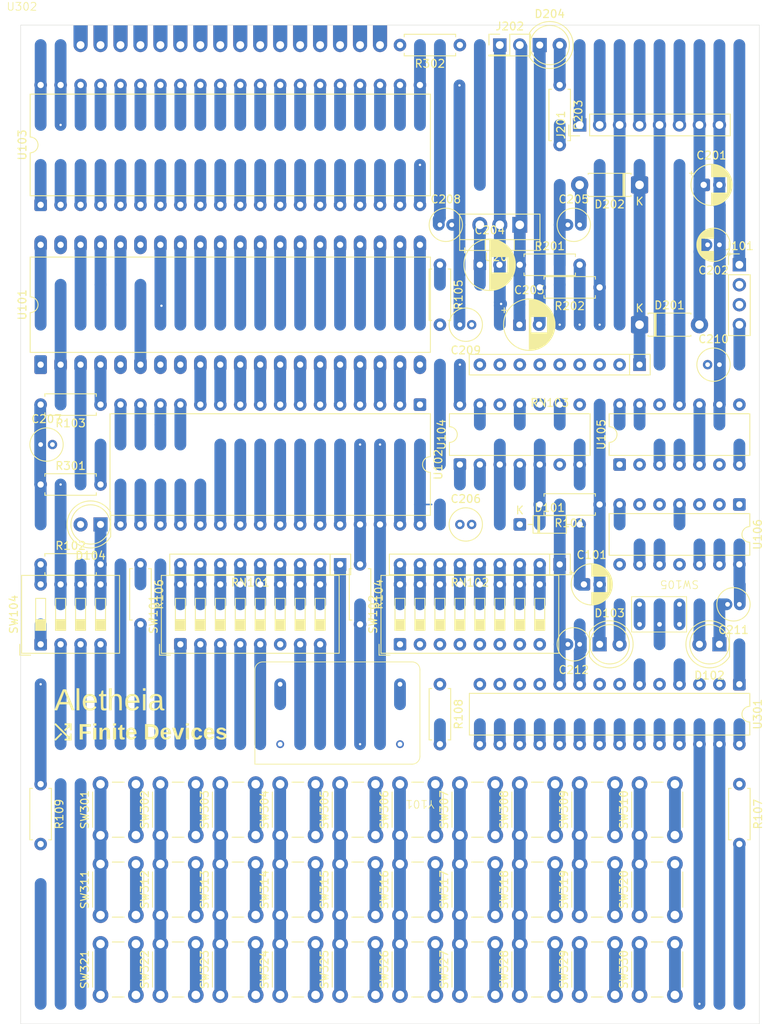
<source format=kicad_pcb>
(kicad_pcb (version 20241229) (generator "pcbnew") (generator_version "9.0")
  (layers (0 "F.Cu" signal) (4 "In1.Cu" signal) (6 "In2.Cu" signal) (8 "In3.Cu" signal) (10 "In4.Cu" signal) (12 "In5.Cu" signal) (14 "In6.Cu" signal) (16 "In7.Cu" signal) (18 "In8.Cu" signal) (20 "In9.Cu" signal) (22 "In10.Cu" signal) (2 "B.Cu" signal) (13 "F.Paste" user) (15 "B.Paste" user) (5 "F.SilkS" user "F.Silkscreen") (7 "B.SilkS" user "B.Silkscreen") (1 "F.Mask" user) (3 "B.Mask" user) (25 "Edge.Cuts" user))
  (net 0 "")
  (net 1 "GND")
  (net 2 "VCC")
  (net 3 "~{IRQ}")
  (net 4 "/A15")
  (net 5 "/A14")
  (net 6 "/A13")
  (net 7 "/A12")
  (net 8 "/A11")
  (net 9 "/A10")
  (net 10 "/A9")
  (net 11 "/A8")
  (net 12 "RAM_BANKSEL")
  (net 13 "/D2")
  (net 14 "/A3")
  (net 15 "/D0")
  (net 17 "/A5")
  (net 18 "CLOCK")
  (net 19 "/D6")
  (net 20 "/D1")
  (net 21 "/A0")
  (net 22 "/A1")
  (net 24 "/A4")
  (net 25 "PHI2O")
  (net 27 "/D5")
  (net 28 "/D7")
  (net 29 "/A2")
  (net 31 "unconnected-(U101-PHI1-Pad3)")
  (net 32 "/A7")
  (net 33 "/D3")
  (net 34 "/A6")
  (net 35 "/D4")
  (net 36 "+5V")
  (net 38 "~{VIA_CS}")
  (net 39 "~{RAM_CS}")
  (net 40 "VBS")
  (net 41 "unconnected-(J201-D+-Pad3)")
  (net 42 "unconnected-(J201-SBU1-Pad2)")
  (net 43 "unconnected-(J201-SBU2-Pad6)")
  (net 44 "unconnected-(J201-CC1-Pad5)")
  (net 45 "unconnected-(J201-CC2-Pad1)")
  (net 46 "unconnected-(J201-D--Pad4)")
  (net 49 "Net-(U104-Pad4)")
  (net 51 "unconnected-(U105-Pad11)")
  (net 52 "Net-(U105-Pad2)")
  (net 53 "Net-(U105-Pad1)")
  (net 56 "Net-(D201-A)")
  (net 57 "Net-(J202-Pin_2)")
  (net 58 "Net-(D202-A)")
  (net 59 "~{WE}")
  (net 60 "Net-(U102-~{OE})")
  (net 61 "Net-(U301-GPA0)")
  (net 62 "Net-(U301-GPB4)")
  (net 63 "Net-(U301-GPB7)")
  (net 64 "Net-(U301-GPA1)")
  (net 65 "Net-(U301-GPA2)")
  (net 66 "Net-(U301-GPA3)")
  (net 67 "Net-(U301-GPA4)")
  (net 68 "Net-(U301-GPA5)")
  (net 69 "Net-(U301-GPA6)")
  (net 70 "Net-(U301-GPA7)")
  (net 71 "Net-(U301-GPB6)")
  (net 72 "Net-(U301-GPB3)")
  (net 73 "Net-(U301-GPB5)")
  (net 74 "Net-(U301-GPB2)")
  (net 75 "unconnected-(U301-INTB-Pad19)")
  (net 76 "Net-(U302-V0)")
  (net 77 "KB_SO")
  (net 78 "KB_SI")
  (net 79 "KB_INT")
  (net 80 "KB_SCK")
  (net 81 "~{KB_CS}")
  (net 82 "Net-(U301-A0)")
  (net 83 "DISP_E")
  (net 84 "DISP_RW")
  (net 85 "DISP_RS")
  (net 86 "DISP_D0")
  (net 87 "DISP_D3")
  (net 88 "DISP_D1")
  (net 89 "DISP_D7")
  (net 90 "DISP_D5")
  (net 91 "DISP_D6")
  (net 92 "DISP_D2")
  (net 93 "DISP_D4")
  (net 95 "~{BATLOW}")
  (net 96 "KB_SWA")
  (net 97 "KB_SWB")
  (net 98 "DISP_BL")
  (net 99 "Net-(D102-A)")
  (net 100 "Net-(D103-A)")
  (net 101 "Net-(D104-A)")
  (net 102 "Net-(D204-A)")
  (net 103 "Net-(U103-PB0)")
  (net 104 "Net-(J101-Pin_2)")
  (net 105 "Net-(J101-Pin_3)")
  (footprint "Capacitor_THT:C_Radial_D4.0mm_H5.0mm_P1.50mm" (layer "F.Cu") (at 142.24 99.06 180)
    (property "Reference" "C211")
    (property "Value" "0.1u")
  )
  (footprint "Button_Switch_THT:SW_PUSH_6mm" (layer "F.Cu") (at 91.44 138.58 90)
    (property "Reference" "SW315")
    (property "Value" "G/^/CH7")
  )
  (footprint "Resistor_THT:R_Axial_DIN0207_L6.3mm_D2.5mm_P7.62mm_Horizontal" (layer "F.Cu") (at 66.04 93.98 -90)
    (property "Reference" "R106")
    (property "Value" "10k")
  )
  (footprint "Resistor_THT:R_Axial_DIN0207_L6.3mm_D2.5mm_P7.62mm_Horizontal" (layer "F.Cu") (at 124.46 58.756 180)
    (property "Reference" "R202")
    (property "Value" "39k")
  )
  (footprint "Package_DIP:DIP-40_W15.24mm" (layer "F.Cu") (at 53.34 48.26 90)
    (property "Reference" "U103")
    (property "Value" "W65C22N6TPG-14")
  )
  (footprint "Capacitor_THT:C_Radial_D4.0mm_H5.0mm_P1.50mm" (layer "F.Cu") (at 121.92 104.14 180)
    (property "Reference" "C212")
    (property "Value" "0.1u")
  )
  (footprint "Button_Switch_THT:SW_PUSH_6mm" (layer "F.Cu") (at 121.92 138.58 90)
    (property "Reference" "SW319")
    (property "Value" "L/)/]")
  )
  (footprint "Button_Switch_THT:SW_PUSH_6mm" (layer "F.Cu") (at 129.54 148.74 90)
    (property "Reference" "SW330")
    (property "Value" "SPC/ENT")
  )
  (footprint "Button_Switch_THT:SW_PUSH_6mm" (layer "F.Cu") (at 114.3 148.74 90)
    (property "Reference" "SW328")
    (property "Value" "M///?")
  )
  (footprint "Package_DIP:DIP-14_W7.62mm" (layer "F.Cu") (at 127 81.28 90)
    (property "Reference" "U105")
    (property "Value" "74LS08")
  )
  (footprint "Button_Switch_THT:SW_PUSH_6mm" (layer "F.Cu") (at 129.54 138.58 90)
    (property "Reference" "SW320")
    (property "Value" "BKSP/DEL")
  )
  (footprint "Button_Switch_THT:SW_PUSH_6mm" (layer "F.Cu") (at 106.68 138.58 90)
    (property "Reference" "SW317")
    (property "Value" "J/*/}")
  )
  (footprint "LED_THT:LED_D5.0mm" (layer "F.Cu") (at 116.84 27.94)
    (property "Reference" "D204")
    (property "Value" "Red LED")
  )
  (footprint "Resistor_THT:R_Axial_DIN0207_L6.3mm_D2.5mm_P7.62mm_Horizontal" (layer "F.Cu") (at 104.14 109.22 -90)
    (property "Reference" "R108")
    (property "Value" "330")
  )
  (footprint "Resistor_THT:R_Axial_DIN0207_L6.3mm_D2.5mm_P7.62mm_Horizontal" (layer "F.Cu") (at 119.38 33.02 -90)
    (property "Reference" "R203")
    (property "Value" "330")
  )
  (footprint "Capacitor_THT:C_Radial_D4.0mm_H5.0mm_P1.50mm" (layer "F.Cu") (at 120.42 50.8)
    (property "Reference" "C205")
    (property "Value" "0.1u")
  )
  (footprint "Button_Switch_THT:SW_PUSH_6mm" (layer "F.Cu") (at 91.44 148.74 90)
    (property "Reference" "SW325")
    (property "Value" "V/#/~")
  )
  (footprint "Button_Switch_THT:SW_PUSH_6mm" (layer "F.Cu") (at 91.44 128.42 90)
    (property "Reference" "SW305")
    (property "Value" "T/5/CH3")
  )
  (footprint "Resistor_THT:R_Axial_DIN0207_L6.3mm_D2.5mm_P7.62mm_Horizontal" (layer "F.Cu") (at 142.24 121.92 -90)
    (property "Reference" "R107")
    (property "Value" "330")
  )
  (footprint "Package_DIP:DIP-28_W7.62mm" (layer "F.Cu") (at 142.24 109.22 -90)
    (property "Reference" "U301")
    (property "Value" "MCP23S17_SP")
  )
  (footprint "Resistor_THT:R_Axial_DIN0207_L6.3mm_D2.5mm_P7.62mm_Horizontal" (layer "F.Cu") (at 53.34 93.98)
    (property "Reference" "R102")
    (property "Value" "10k")
  )
  (footprint "Connector_PinHeader_2.54mm:PinHeader_2x01_P2.54mm_Vertical" (layer "F.Cu") (at 111.76 27.94)
    (property "Reference" "J202")
    (property "Value" "9V battery")
  )
  (footprint "Button_Switch_THT:SW_PUSH_6mm" (layer "F.Cu") (at 76.2 128.42 90)
    (property "Reference" "SW303")
    (property "Value" "E/3/CH1")
  )
  (footprint "Button_Switch_THT:SW_PUSH_6mm" (layer "F.Cu") (at 121.92 148.74 90)
    (property "Reference" "SW329")
    (property "Value" "SYM")
  )
  (footprint "Package_DIP:DIP-14_W7.62mm" (layer "F.Cu") (at 142.24 86.36 -90)
    (property "Reference" "U106")
    (property "Value" "74LS21")
  )
  (footprint "Button_Switch_THT:SW_DIP_SPSTx08_Slide_9.78x22.5mm_W7.62mm_P2.54mm" (layer "F.Cu") (at 99.06 104.14 90)
    (property "Reference" "SW102")
    (property "Value" "SW_DIP_x08")
  )
  (footprint "Button_Switch_THT:SW_PUSH_6mm" (layer "F.Cu") (at 83.82 138.58 90)
    (property "Reference" "SW314")
    (property "Value" "F/%/CH6")
  )
  (footprint "Capacitor_THT:CP_Radial_D4.0mm_P1.50mm" (layer "F.Cu") (at 139.7 53.34 180)
    (property "Reference" "C202")
    (property "Value" "0.1u")
  )
  (footprint "Diode_THT:D_DO-41_SOD81_P7.62mm_Horizontal" (layer "F.Cu") (at 129.54 45.72 180)
    (property "Reference" "D202")
    (property "Value" "D_Schottky")
  )
  (footprint "LED_THT:LED_D5.0mm" (layer "F.Cu") (at 124.46 104.14)
    (property "Reference" "D103")
    (property "Value" "Red LED")
  )
  (footprint "Components:NHD-0420DZ-FL-YBW" (layer "F.Cu") (at 48.42 25.44)
    (property "Reference" "U302")
    (property "Value" "NHD-0420DZ-NSW-BBW")
  )
  (footprint "LED_THT:LED_D5.0mm" (layer "F.Cu") (at 139.7 104.14 180)
    (property "Reference" "D102")
    (property "Value" "Green LED")
  )
  (footprint "Resistor_THT:R_Axial_DIN0207_L6.3mm_D2.5mm_P7.62mm_Horizontal" (layer "F.Cu") (at 53.34 121.92 -90)
    (property "Reference" "R109")
    (property "Value" "330")
  )
  (footprint "Button_Switch_THT:SW_DIP_SPSTx08_Slide_9.78x22.5mm_W7.62mm_P2.54mm" (layer "F.Cu") (at 71.12 104.14 90)
    (property "Reference" "SW101")
    (property "Value" "SW_DIP_x08")
  )
  (footprint "Button_Switch_THT:SW_PUSH_6mm" (layer "F.Cu") (at 76.2 138.58 90)
    (property "Reference" "SW313")
    (property "Value" "D/$/CH5")
  )
  (footprint "Button_Switch_THT:SW_PUSH_6mm" (layer "F.Cu") (at 60.96 138.58 90)
    (property "Reference" "SW311")
    (property "Value" "A/!/`")
  )
  (footprint "Capacitor_THT:C_Radial_D4.0mm_H5.0mm_P1.50mm" (layer "F.Cu") (at 53.34 78.74)
    (property "Reference" "C207")
    (property "Value" "0.1u")
  )
  (footprint "Package_DIP:DIP-40_W15.24mm_LongPads" (layer "F.Cu") (at 53.34 68.58 90)
    (property "Reference" "U101")
    (property "Value" "W65C02S6TPG-14")
  )
  (footprint "Resistor_THT:R_Axial_DIN0207_L6.3mm_D2.5mm_P7.62mm_Horizontal" (layer "F.Cu") (at 106.68 27.94 180)
    (property "Reference" "R302")
    (property "Value" "1.2k")
  )
  (footprint "Button_Switch_THT:SW_PUSH_6mm" (layer "F.Cu") (at 121.92 128.42 90)
    (property "Reference" "SW309")
    (property "Value" "O/9/=")
  )
  (footprint "Components:ECS-100AX-010" (layer "F.Cu") (at 101.6 119.38 180)
    (property "Reference" "Y101")
    (property "Value" "ECS-100AX-010")
  )
  (footprint "Button_Switch_THT:SW_PUSH_6mm" (layer "F.Cu") (at 106.68 128.42 90)
    (property "Reference" "SW307")
    (property "Value" "U/7/-")
  )
  (footprint "Button_Switch_THT:SW_PUSH_6mm" (layer "F.Cu") (at 129.54 128.42 90)
    (property "Reference" "SW310")
    (property "Value" "P/0")
  )
  (footprint "Capacitor_THT:C_Radial_D4.0mm_H5.0mm_P1.50mm" (layer "F.Cu") (at 108.18 63.5 180)
    (property "Reference" "C209")
    (property "Value" "0.1u")
  )
  (footprint "Package_TO_SOT_THT:TO-220-3_Vertical" (layer "F.Cu") (at 114.3 50.8 180)
    (property "Reference" "U201")
    (property "Value" "LP2954AIT/NOPB")
  )
  (footprint "Resistor_THT:R_Array_SIP9" (layer "F.Cu") (at 129.54 68.58 180)
    (property "Reference" "RN103")
    (property "Value" "8×10k")
  )
  (footprint "Button_Switch_THT:SW_PUSH_6mm" (layer "F.Cu") (at 83.82 148.74 90)
    (property "Reference" "SW324")
    (property "Value" "C/'/@")
  )
  (footprint "Button_Switch_THT:SW_PUSH_6mm" (layer "F.Cu") (at 83.82 128.42 90)
    (property "Reference" "SW304")
    (property "Value" "R/4/CH2")
  )
  (footprint "Capacitor_THT:CP_Radial_D5.0mm_P2.00mm" (layer "F.Cu") (at 137.7 45.72)
    (property "Reference" "C201")
    (property "Value" "10u")
  )
  (footprint "Package_DIP:DIP-14_W7.62mm" (layer "F.Cu") (at 106.68 81.28 90)
    (property "Reference" "U104")
    (property "Value" "74LS04")
  )
  (footprint "Button_Switch_THT:SW_PUSH_6mm" (layer "F.Cu") (at 68.58 138.58 90)
    (property "Reference" "SW312")
    (property "Value" "S/\"/CH4")
  )
  (footprint "Components:Badge" (layer "F.Cu") (at 66.04 113.03)
    (property "Reference" "G***" (hide yes))
    (property "Value" "LOGO" (hide yes))
  )
  (footprint "Button_Switch_THT:SW_DIP_SPSTx04_Slide_9.78x12.34mm_W7.62mm_P2.54mm" (layer "F.Cu") (at 53.34 104.14 90)
    (property "Reference" "SW104")
    (property "Value" "SW_DIP_x04")
  )
  (footprint "Button_Switch_THT:SW_PUSH_6mm" (layer "F.Cu") (at 106.68 148.74 90)
    (property "Reference" "SW327")
    (property "Value" "N/./>")
  )
  (footprint "Button_Switch_THT:SW_PUSH_6mm" (layer "F.Cu") (at 99.06 128.42 90)
    (property "Reference" "SW306")
    (property "Value" "Y/6/_")
  )
  (footprint "Button_Switch_THT:SW_PUSH_6mm" (layer "F.Cu") (at 114.3 138.58 90)
    (property "Reference" "SW318")
    (property "Value" "K/(/[")
  )
  (footprint "Capacitor_THT:CP_Radial_D5.0mm_P2.00mm" (layer "F.Cu") (at 122.46 96.52)
    (property "Reference" "C101")
    (property "Value" "4.7u")
  )
  (footprint "Resistor_THT:R_Axial_DIN0207_L6.3mm_D2.5mm_P7.62mm_Horizontal" (layer "F.Cu") (at 104.14 55.88 -90)
    (property "Reference" "R105")
    (property "Value" "10k")
  )
  (footprint "Capacitor_THT:CP_Radial_D6.3mm_P2.50mm" (layer "F.Cu") (at 109.22 55.88)
    (property "Reference" "C204")
    (property "Value" "100u")
  )
  (footprint "Capacitor_THT:C_Radial_D4.0mm_H5.0mm_P1.50mm" (layer "F.Cu") (at 138.2 68.58)
    (property "Reference" "C210")
    (property "Value" "0.1u")
  )
  (footprint "Resistor_THT:R_Axial_DIN0207_L6.3mm_D2.5mm_P7.62mm_Horizontal" (layer "F.Cu") (at 93.98 93.98 -90)
    (property "Reference" "R104")
    (property "Value" "10k")
  )
  (footprint "Resistor_THT:R_Array_SIP9" (layer "F.Cu") (at 119.38 93.98 180)
    (property "Reference" "RN102")
    (property "Value" "8×10k")
  )
  (footprint "Diode_THT:D_DO-41_SOD81_P7.62mm_Horizontal" (layer "F.Cu") (at 129.54 63.5)
    (property "Reference" "D201")
    (property "Value" "D_Schottky")
  )
  (footprint "Resistor_THT:R_Axial_DIN0207_L6.3mm_D2.5mm_P7.62mm_Horizontal" (layer "F.Cu") (at 124.46 86.36 180)
    (property "Reference" "R101")
    (property "Value" "10k")
  )
  (footprint "Button_Switch_THT:SW_PUSH_6mm" (layer "F.Cu") (at 99.06 148.74 90)
    (property "Reference" "SW326")
    (property "Value" "B/,/<")
  )
  (footprint "Capacitor_THT:C_Radial_D4.0mm_H5.0mm_P1.50mm" (layer "F.Cu") (at 106.68 88.9)
    (property "Reference" "C206")
    (property "Value" "0.1u")
  )
  (footprint "Resistor_THT:R_Axial_DIN0207_L6.3mm_D2.5mm_P7.62mm_Horizontal" (layer "F.Cu") (at 53.34 83.82)
    (property "Reference" "R301")
    (property "Value" "10k")
  )
  (footprint "Button_Switch_THT:SW_PUSH_6mm" (layer "F.Cu") (at 68.58 128.42 90)
    (property "Reference" "SW302")
    (property "Value" "W/2/CH0")
  )
  (footprint "Capacitor_THT:CP_Radial_D6.3mm_P2.50mm" (layer "F.Cu") (at 114.26 63.5)
    (property "Reference" "C203")
    (property "Value" "100u")
  )
  (footprint "Resistor_THT:R_Array_SIP9" (layer "F.Cu") (at 91.44 93.98 180)
    (property "Reference" "RN101")
    (property "Value" "8×10k")
  )
  (footprint "Button_Switch_THT:SW_PUSH_6mm" (layer "F.Cu") (at 76.2 148.74 90)
    (property "Reference" "SW323")
    (property "Value" "X/;/:")
  )
  (footprint "Diode_THT:D_DO-35_SOD27_P7.62mm_Horizontal" (layer "F.Cu") (at 114.3 88.9)
    (property "Reference" "D101")
    (property "Value" "1N4148")
  )
  (footprint "Package_DIP:DIP-32_W15.24mm" (layer "F.Cu") (at 101.6 73.66 -90)
    (property "Reference" "U102")
    (property "Value" "AS6C1008-55PCN")
  )
  (footprint "Capacitor_THT:C_Radial_D4.0mm_H5.0mm_P1.50mm" (layer "F.Cu") (at 104.14 50.8)
    (property "Reference" "C208")
    (property "Value" "0.1u")
  )
  (footprint "Connector_PinHeader_2.54mm:PinHeader_1x08_P2.54mm_Vertical" (layer "F.Cu") (at 121.92 38.1 90)
    (property "Reference" "J201")
    (property "Value" "4090 USB-C")
  )
  (footprint "Button_Switch_THT:SW_PUSH_6mm" (layer "F.Cu") (at 114.3 128.42 90)
    (property "Reference" "SW308")
    (property "Value" "I/8/+")
  )
  (footprint "Button_Switch_THT:SW_PUSH_6mm" (layer "F.Cu") (at 60.96 148.74 90)
    (property "Reference" "SW321")
    (property "Value" "SHIFT")
  )
  (footprint "Components:G19AP" (layer "F.Cu") (at 134.62 101.6 180)
    (property "Reference" "SW105")
    (property "Value" "G19AP")
  )
  (footprint "Button_Switch_THT:SW_PUSH_6mm" (layer "F.Cu") (at 99.06 138.58 90)
    (property "Reference" "SW316")
    (property "Value" "H/&/{")
  )
  (footprint "Resistor_THT:R_Axial_DIN0207_L6.3mm_D2.5mm_P7.62mm_Horizontal" (layer "F.Cu") (at 114.3 55.88)
    (property "Reference" "R201")
    (property "Value" "100k")
  )
  (footprint "LED_THT:LED_D5.0mm" (layer "F.Cu") (at 60.96 88.9 180)
    (property "Reference" "D104")
    (property "Value" "Yellow LED")
  )
  (footprint "Button_Switch_THT:SW_PUSH_6mm" (layer "F.Cu") (at 68.58 148.74 90)
    (property "Reference" "SW322")
    (property "Value" "Z/\\/|")
  )
  (footprint "Button_Switch_THT:SW_PUSH_6mm" (layer "F.Cu") (at 60.96 128.42 90)
    (property "Reference" "SW301")
    (property "Value" "Q/1/STOP")
  )
  (footprint "Connector_PinHeader_2.54mm:PinHeader_1x04_P2.54mm_Vertical" (layer "F.Cu") (at 142.24 55.88)
    (property "Reference" "J101")
    (property "Value" "Conn_01x04")
  )
  (footprint "Resistor_THT:R_Axial_DIN0207_L6.3mm_D2.5mm_P7.62mm_Horizontal" (layer "F.Cu") (at 60.96 73.66 180)
    (property "Reference" "R103")
    (property "Value" "3.3k")
  )
  (gr_rect (start 50.8 25.4) (end 144.78 152.4) (stroke (width 0.05)) (fill no) (layer "Edge.Cuts"))
  (segment (start 68.58 116.84) (end 68.58 93.98) (width 1.5) (layer "B.Cu") (net 0))
  (segment (start 58.42 121.92) (end 58.42 149.86) (width 1.5) (layer "B.Cu") (net 0))
  (segment (start 104.14 81.28) (end 104.14 68.58) (width 1.5) (layer "B.Cu") (net 0))
  (segment (start 109.22 27.94) (end 109.22 45.72) (width 1.5) (layer "B.Cu") (net 0))
  (segment (start 55.88 121.92) (end 55.88 149.86) (width 1.5) (layer "B.Cu") (net 0))
  (segment (start 53.34 134.62) (end 53.34 149.86) (width 1.5) (layer "B.Cu") (net 0))
  (segment (start 104.14 88.9) (end 104.14 86.36) (width 1.5) (layer "B.Cu") (net 0))
  (segment (start 63.5 93.98) (end 63.5 116.84) (width 1.5) (layer "B.Cu") (net 0))
  (via (at 119.38 63.5) (size 0.6) (drill 0.3) (layers "F.Cu" "B.Cu") (net 1))
  (via (at 106.629 33.071) (size 0.6) (drill 0.3) (layers "F.Cu" "B.Cu") (net 1))
  (via (at 93.98 116.84) (size 0.6) (drill 0.3) (layers "F.Cu" "B.Cu") (net 1))
  (via (at 111.923577 60.858) (size 0.6) (drill 0.3) (layers "F.Cu" "B.Cu") (net 1))
  (via (at 106.629 60.96) (size 0.6) (drill 0.3) (layers "F.Cu" "B.Cu") (net 1))
  (segment (start 65.46 148.74) (end 65.46 142.24) (width 1.5) (layer "B.Cu") (net 1))
  (segment (start 139.7 38.1) (end 139.7 27.94) (width 1.5) (layer "B.Cu") (net 1))
  (segment (start 139.7 55.88) (end 139.751 55.931) (width 1.5) (layer "B.Cu") (net 1))
  (segment (start 116.84 63.42) (end 116.76 63.5) (width 1.5) (layer "B.Cu") (net 1))
  (segment (start 139.751 55.931) (end 139.751 48.311) (width 1.5) (layer "B.Cu") (net 1))
  (segment (start 124.46 86.36) (end 124.46 96.52) (width 1.5) (layer "B.Cu") (net 1))
  (segment (start 142.24 55.88) (end 142.24 27.94) (width 1.5) (layer "B.Cu") (net 1))
  (segment (start 134.62 81.28) (end 134.62 78.74) (width 1.5) (layer "B.Cu") (net 1))
  (segment (start 137.16 81.28) (end 137.16 73.66) (width 1.5) (layer "B.Cu") (net 1))
  (segment (start 119.38 53.34) (end 119.38 50.8) (width 1.5) (layer "B.Cu") (net 1))
  (segment (start 111.76 27.94) (end 111.76 50.8) (width 1.5) (layer "B.Cu") (net 1))
  (segment (start 119.38 60.96) (end 119.38 63.5) (width 1.5) (layer "B.Cu") (net 1))
  (segment (start 126.42 142.24) (end 126.42 148.74) (width 1.5) (layer "B.Cu") (net 1))
  (segment (start 109.22 73.66) (end 109.22 76.2) (width 1.5) (layer "B.Cu") (net 1))
  (segment (start 116.84 58.756) (end 116.84 60.96) (width 1.5) (layer "B.Cu") (net 1))
  (segment (start 114.3 73.66) (end 114.3 76.2) (width 1.5) (layer "B.Cu") (net 1))
  (segment (start 119.38 109.22) (end 119.38 104.14) (width 1.5) (layer "B.Cu") (net 1))
  (segment (start 139.7 99.06) (end 140.59 99.06) (width 1.5) (layer "B.Cu") (net 1))
  (segment (start 53.34 48.26) (end 53.34 43.18) (width 1.5) (layer "B.Cu") (net 1))
  (segment (start 111.923577 60.858) (end 111.76 61.021577) (width 1.5) (layer "B.Cu") (net 1))
  (segment (start 93.98 101.6) (end 93.98 99.06) (width 1.5) (layer "B.Cu") (net 1))
  (segment (start 119.38 53.34) (end 119.38 55.88) (width 1.5) (layer "B.Cu") (net 1))
  (segment (start 106.629 50.8) (end 105.691 50.8) (width 1.5) (layer "B.Cu") (net 1))
  (segment (start 119.38 73.66) (end 119.38 76.2) (width 1.5) (layer "B.Cu") (net 1))
  (segment (start 101.6 53.34) (end 101.6 63.5) (width 1.5) (layer "B.Cu") (net 1))
  (segment (start 139.751 48.311) (end 139.7 48.26) (width 1.5) (layer "B.Cu") (net 1))
  (segment (start 93.98 101.6) (end 93.98 116.84) (width 1.5) (layer "B.Cu") (net 1))
  (segment (start 139.7 73.66) (end 139.7 76.2) (width 1.5) (layer "B.Cu") (net 1))
  (segment (start 111.76 116.84) (end 111.76 114.3) (width 1.5) (layer "B.Cu") (net 1))
  (segment (start 139.7 38.1) (end 139.7 45.72) (width 1.5) (layer "B.Cu") (net 1))
  (segment (start 106.629 50.8) (end 106.629 33.071) (width 1.5) (layer "B.Cu") (net 1))
  (segment (start 121.92 81.28) (end 121.92 78.74) (width 1.5) (layer "B.Cu") (net 1))
  (segment (start 119.38 93.98) (end 119.38 104.14) (width 1.5) (layer "B.Cu") (net 1))
  (segment (start 111.923577 60.858) (end 111.76 60.694423) (width 1.5) (layer "B.Cu") (net 1))
  (segment (start 124.46 96.52) (end 124.46 104.14) (width 1.5) (layer "B.Cu") (net 1))
  (segment (start 116.84 60.96) (end 116.84 63.42) (width 1.5) (layer "B.Cu") (net 1))
  (segment (start 60.96 96.52) (end 60.96 93.98) (width 1.5) (layer "B.Cu") (net 1))
  (segment (start 139.751 55.931) (end 139.751 73.609) (width 1.5) (layer "B.Cu") (net 1))
  (segment (start 60.96 93.98) (end 60.96 88.9) (width 1.5) (layer "B.Cu") (net 1))
  (segment (start 106.629 60.96) (end 106.629 50.8) (width 1.5) (layer "B.Cu") (net 1))
  (segment (start 121.92 81.28) (end 121.92 83.82) (width 1.5) (layer "B.Cu") (net 1))
  (segment (start 63.5 73.66) (end 63.5 78.74) (width 1.5) (layer "B.Cu") (net 1))
  (segment (start 116.84 58.756) (end 116.84 27.94) (width 1.5) (layer "B.Cu") (net 1))
  (segment (start 58.42 96.52) (end 58.42 99.06) (width 1.5) (layer "B.Cu") (net 1))
  (segment (start 142.24 81.28) (end 142.24 78.74) (width 1.5) (layer "B.Cu") (net 1))
  (segment (start 139.7 48.26) (end 139.7 45.72) (width 1.5) (layer "B.Cu") (net 1))
  (segment (start 127 86.36) (end 127 88.9) (width 1.5) (layer "B.Cu") (net 1))
  (segment (start 119.38 50.8) (end 120.369 50.8) (width 1.5) (layer "B.Cu") (net 1))
  (segment (start 119.38 104.14) (end 120.369 104.14) (width 1.5) (layer "B.Cu") (net 1))
  (segment (start 119.38 93.98) (end 119.38 86.36) (width 1.5) (layer "B.Cu") (net 1))
  (segment (start 111.76 60.694423) (end 111.76 50.8) (width 1.5) (layer "B.Cu") (net 1))
  (segment (start 91.44 93.98) (end 91.44 116.84) (width 1.5) (layer "B.Cu") (net 1))
  (segment (start 58.42 96.52) (end 58.42 93.98) (width 1.5) (layer "B.Cu") (net 1))
  (segment (start 119.38 58.42) (end 119.38 60.96) (width 1.5) (layer "B.Cu") (net 1))
  (segment (start 124.46 86.36) (end 124.46 73.66) (width 1.5) (layer "B.Cu") (net 1))
  (segment (start 119.38 50.8) (end 119.38 45.72) (width 1.5) (layer "B.Cu") (net 1))
  (segment (start 139.7 104.14) (end 139.7 99.06) (width 1.5) (layer "B.Cu") (net 1))
  (segment (start 129.54 73.66) (end 129.54 76.2) (width 1.5) (layer "B.Cu") (net 1))
  (segment (start 139.751 73.609) (end 139.7 73.66) (width 1.5) (layer "B.Cu") (net 1))
  (segment (start 60.96 96.52) (end 60.96 99.06) (width 1.5) (layer "B.Cu") (net 1))
  (segment (start 111.76 61.021577) (end 111.76 63.5) (width 1.5) (layer "B.Cu") (net 1))
  (segment (start 119.38 58.42) (end 119.38 53.34) (width 1.5) (layer "B.Cu") (net 1))
  (segment (start 106.629 63.5) (end 106.629 60.96) (width 1.5) (layer "B.Cu") (net 1))
  (via (at 106.68 68.58) (size 0.6) (drill 0.3) (layers "F.Cu" "B.Cu") (net 2))
  (via (at 101.6 43.18) (size 0.6) (drill 0.3) (layers "F.Cu" "B.Cu") (net 2))
  (segment (start 66.04 68.58) (end 66.04 58.42) (width 1.5) (layer "B.Cu") (net 2))
  (segment (start 55.88 68.58) (end 55.88 58.42) (width 1.5) (layer "B.Cu") (net 2))
  (segment (start 58.42 53.34) (end 58.42 63.5) (width 1.5) (layer "B.Cu") (net 2))
  (segment (start 142.24 93.98) (end 142.24 96.52) (width 1.5) (layer "B.Cu") (net 2))
  (segment (start 122.07 103.435423) (end 121.92 103.285423) (width 1.5) (layer "B.Cu") (net 2))
  (segment (start 53.289 73.711) (end 53.289 83.769) (width 1.5) (layer "B.Cu") (net 2))
  (segment (start 53.34 73.66) (end 53.289 73.711) (width 1.5) (layer "B.Cu") (net 2))
  (segment (start 101.6 48.26) (end 101.6 43.18) (width 1.5) (layer "B.Cu") (net 2))
  (segment (start 127 73.66) (end 127 76.2) (width 1.5) (layer "B.Cu") (net 2))
  (segment (start 55.88 104.14) (end 55.88 116.84) (width 1.5) (layer "B.Cu") (net 2))
  (segment (start 83.82 109.22) (end 83.82 111.76) (width 1.5) (layer "B.Cu") (net 2))
  (segment (start 104.14 116.84) (end 104.14 114.3) (width 1.5) (layer "B.Cu") (net 2))
  (segment (start 142.24 93.98) (end 142.24 91.44) (width 1.5) (layer "B.Cu") (net 2))
  (segment (start 116.84 116.84) (end 116.84 114.3) (width 1.5) (layer "B.Cu") (net 2))
  (segment (start 142.291 96.571) (end 142.291 99.06) (width 1.5) (layer "B.Cu") (net 2))
  (segment (start 53.289 83.769) (end 53.34 83.82) (width 1.5) (layer "B.Cu") (net 2))
  (segment (start 104.14 49.945423) (end 103.99 50.095423) (width 1.5) (layer "B.Cu") (net 2))
  (segment (start 103.99 50.095423) (end 103.99 50.8) (width 1.5) (layer "B.Cu") (net 2))
  (segment (start 121.92 103.285423) (end 121.92 101.6) (width 1.5) (layer "B.Cu") (net 2))
  (segment (start 106.68 73.66) (end 106.68 68.58) (width 1.5) (layer "B.Cu") (net 2))
  (segment (start 53.34 53.34) (end 53.34 63.5) (width 1.5) (layer "B.Cu") (net 2))
  (segment (start 121.92 109.22) (end 121.92 104.994577) (width 1.5) (layer "B.Cu") (net 2))
  (segment (start 63.5 53.34) (end 63.5 63.5) (width 1.5) (layer "B.Cu") (net 2))
  (segment (start 122.07 104.844577) (end 122.07 103.435423) (width 1.5) (layer "B.Cu") (net 2))
  (segment (start 104.14 27.94) (end 104.14 49.945423) (width 1.5) (layer "B.Cu") (net 2))
  (segment (start 55.88 68.58) (end 55.88 73.66) (width 1.5) (layer "B.Cu") (net 2))
  (segment (start 121.92 104.994577) (end 122.07 104.844577) (width 1.5) (layer "B.Cu") (net 2))
  (segment (start 142.24 63.5) (end 142.24 68.58) (width 1.5) (layer "B.Cu") (net 2))
  (segment (start 53.34 83.82) (end 53.34 88.9) (width 1.5) (layer "B.Cu") (net 2))
  (segment (start 129.54 99.06) (end 129.54 101.6) (width 1.5) (layer "B.Cu") (net 2))
  (segment (start 142.24 96.52) (end 142.291 96.571) (width 1.5) (layer "B.Cu") (net 2))
  (segment (start 68.58 33.02) (end 68.58 38.1) (width 1.5) (layer "B.Cu") (net 2))
  (segment (start 101.6 33.02) (end 101.6 27.94) (width 1.5) (layer "B.Cu") (net 3))
  (segment (start 60.96 68.58) (end 60.96 73.66) (width 1.5) (layer "B.Cu") (net 3))
  (segment (start 101.6 33.02) (end 101.6 38.1) (width 1.5) (layer "B.Cu") (net 3))
  (segment (start 137.16 93.98) (end 137.16 91.44) (width 1.5) (layer "B.Cu") (net 4))
  (segment (start 83.82 88.9) (end 83.82 78.74) (width 1.5) (layer "B.Cu") (net 4))
  (segment (start 91.44 53.34) (end 91.44 63.5) (width 1.5) (layer "B.Cu") (net 4))
  (segment (start 139.7 93.98) (end 139.7 91.44) (width 1.5) (layer "B.Cu") (net 5))
  (segment (start 86.36 88.9) (end 86.36 78.74) (width 1.5) (layer "B.Cu") (net 5))
  (segment (start 93.98 53.34) (end 93.98 63.5) (width 1.5) (layer "B.Cu") (net 5))
  (segment (start 88.9 88.9) (end 88.9 78.74) (width 1.5) (layer "B.Cu") (net 6))
  (segment (start 96.52 53.34) (end 96.52 63.5) (width 1.5) (layer "B.Cu") (net 6))
  (segment (start 129.54 93.98) (end 129.54 91.44) (width 1.5) (layer "B.Cu") (net 7))
  (segment (start 91.44 88.9) (end 91.44 78.74) (width 1.5) (layer "B.Cu") (net 7))
  (segment (start 99.06 53.34) (end 99.06 63.5) (width 1.5) (layer "B.Cu") (net 7))
  (segment (start 134.62 86.36) (end 134.62 88.9) (width 1.5) (layer "B.Cu") (net 8))
  (segment (start 99.06 88.9) (end 99.06 78.74) (width 1.5) (layer "B.Cu") (net 8))
  (segment (start 99.06 68.58) (end 99.06 73.66) (width 1.5) (layer "B.Cu") (net 9))
  (segment (start 96.52 73.66) (end 96.52 68.58) (width 1.5) (layer "B.Cu") (net 10))
  (segment (start 132.08 93.98) (end 132.08 91.44) (width 1.5) (layer "B.Cu") (net 10))
  (segment (start 111.76 81.28) (end 111.76 78.74) (width 1.5) (layer "B.Cu") (net 11))
  (segment (start 111.76 81.28) (end 111.76 88.9) (width 1.5) (layer "B.Cu") (net 11))
  (segment (start 93.98 68.58) (end 93.98 73.66) (width 1.5) (layer "B.Cu") (net 11))
  (segment (start 78.74 88.9) (end 78.74 78.74) (width 1.5) (layer "B.Cu") (net 12))
  (segment (start 53.34 96.52) (end 53.34 93.98) (width 1.5) (layer "B.Cu") (net 12))
  (segment (start 111.76 93.98) (end 111.76 96.52) (width 1.5) (layer "B.Cu") (net 13))
  (segment (start 76.2 33.02) (end 76.2 38.1) (width 1.5) (layer "B.Cu") (net 13))
  (segment (start 76.2 53.34) (end 76.2 63.5) (width 1.5) (layer "B.Cu") (net 13))
  (segment (start 71.12 73.66) (end 71.12 78.74) (width 1.5) (layer "B.Cu") (net 13))
  (segment (start 111.76 96.52) (end 111.76 99.06) (width 1.5) (layer "B.Cu") (net 13))
  (segment (start 81.28 93.98) (end 81.28 96.52) (width 1.5) (layer "B.Cu") (net 14))
  (segment (start 81.28 96.52) (end 81.28 99.06) (width 1.5) (layer "B.Cu") (net 14))
  (segment (start 66.04 33.02) (end 66.04 38.1) (width 1.5) (layer "B.Cu") (net 14))
  (segment (start 81.28 68.58) (end 81.28 73.66) (width 1.5) (layer "B.Cu") (net 14))
  (segment (start 116.84 93.98) (end 116.84 96.52) (width 1.5) (layer "B.Cu") (net 15))
  (segment (start 116.84 96.52) (end 116.84 99.06) (width 1.5) (layer "B.Cu") (net 15))
  (segment (start 71.12 53.34) (end 71.12 63.5) (width 1.5) (layer "B.Cu") (net 15))
  (segment (start 71.12 33.02) (end 71.12 38.1) (width 1.5) (layer "B.Cu") (net 15))
  (segment (start 66.04 73.66) (end 66.04 78.74) (width 1.5) (layer "B.Cu") (net 15))
  (segment (start 76.2 93.98) (end 76.2 99.06) (width 1.5) (layer "B.Cu") (net 17))
  (segment (start 86.36 68.58) (end 86.36 73.66) (width 1.5) (layer "B.Cu") (net 17))
  (segment (start 60.96 58.42) (end 60.96 63.5) (width 1.5) (layer "B.Cu") (net 18))
  (segment (start 91.44 33.02) (end 91.44 38.1) (width 1.5) (layer "B.Cu") (net 18))
  (segment (start 60.96 53.34) (end 60.96 58.42) (width 1.5) (layer "B.Cu") (net 18))
  (segment (start 99.06 109.22) (end 99.06 111.76) (width 1.5) (layer "B.Cu") (net 18))
  (segment (start 86.36 33.02) (end 86.36 38.1) (width 1.5) (layer "B.Cu") (net 19))
  (segment (start 101.6 96.52) (end 101.6 99.06) (width 1.5) (layer "B.Cu") (net 19))
  (segment (start 101.6 93.98) (end 101.6 96.52) (width 1.5) (layer "B.Cu") (net 19))
  (segment (start 71.12 88.9) (end 71.12 83.82) (width 1.5) (layer "B.Cu") (net 19))
  (segment (start 86.36 53.34) (end 86.36 63.5) (width 1.5) (layer "B.Cu") (net 19))
  (segment (start 68.58 76.2) (end 68.58 78.74) (width 1.5) (layer "B.Cu") (net 20))
  (segment (start 73.66 53.34) (end 73.66 63.5) (width 1.5) (layer "B.Cu") (net 20))
  (segment (start 73.66 33.02) (end 73.66 38.1) (width 1.5) (layer "B.Cu") (net 20))
  (segment (start 68.58 73.66) (end 68.58 76.2) (width 1.5) (layer "B.Cu") (net 20))
  (segment (start 114.3 96.52) (end 114.3 99.06) (width 1.5) (layer "B.Cu") (net 20))
  (segment (start 114.3 93.98) (end 114.3 96.52) (width 1.5) (layer "B.Cu") (net 20))
  (segment (start 73.66 68.58) (end 73.66 73.66) (width 1.5) (layer "B.Cu") (net 21))
  (segment (start 88.9 96.52) (end 88.9 99.06) (width 1.5) (layer "B.Cu") (net 21))
  (segment (start 88.9 96.52) (end 88.9 93.98) (width 1.5) (layer "B.Cu") (net 21))
  (segment (start 58.42 33.02) (end 58.42 38.1) (width 1.5) (layer "B.Cu") (net 21))
  (segment (start 76.2 68.58) (end 76.2 73.66) (width 1.5) (layer "B.Cu") (net 22))
  (segment (start 86.36 93.98) (end 86.36 96.52) (width 1.5) (layer "B.Cu") (net 22))
  (segment (start 86.36 96.52) (end 86.36 99.06) (width 1.5) (layer "B.Cu") (net 22))
  (segment (start 60.96 33.02) (end 60.96 38.1) (width 1.5) (layer "B.Cu") (net 22))
  (segment (start 78.74 93.98) (end 78.74 99.06) (width 1.5) (layer "B.Cu") (net 24))
  (segment (start 83.82 68.58) (end 83.82 73.66) (width 1.5) (layer "B.Cu") (net 24))
  (via (at 96.52 78.74) (size 0.6) (drill 0.3) (layers "F.Cu" "B.Cu") (net 25))
  (segment (start 96.52 88.9) (end 96.52 116.84) (width 1.5) (layer "B.Cu") (net 25))
  (segment (start 104.14 55.88) (end 104.14 58.42) (width 1.5) (layer "B.Cu") (net 25))
  (segment (start 96.52 88.9) (end 96.52 78.74) (width 1.5) (layer "B.Cu") (net 25))
  (segment (start 104.14 93.98) (end 104.14 96.52) (width 1.5) (layer "B.Cu") (net 27))
  (segment (start 104.14 96.52) (end 104.14 99.06) (width 1.5) (layer "B.Cu") (net 27))
  (segment (start 83.82 33.02) (end 83.82 38.1) (width 1.5) (layer "B.Cu") (net 27))
  (segment (start 68.58 88.9) (end 68.58 83.82) (width 1.5) (layer "B.Cu") (net 27))
  (segment (start 83.82 53.34) (end 83.82 63.5) (width 1.5) (layer "B.Cu") (net 27))
  (segment (start 99.06 96.52) (end 99.06 99.06) (width 1.5) (layer "B.Cu") (net 28))
  (segment (start 73.66 88.9) (end 73.66 83.82) (width 1.5) (layer "B.Cu") (net 28))
  (segment (start 99.06 93.98) (end 99.06 96.52) (width 1.5) (layer "B.Cu") (net 28))
  (segment (start 88.9 53.34) (end 88.9 63.5) (width 1.5) (layer "B.Cu") (net 28))
  (segment (start 88.9 33.02) (end 88.9 38.1) (width 1.5) (layer "B.Cu") (net 28))
  (segment (start 83.82 96.52) (end 83.82 99.06) (width 1.5) (layer "B.Cu") (net 29))
  (segment (start 83.82 93.98) (end 83.82 96.52) (width 1.5) (layer "B.Cu") (net 29))
  (segment (start 63.5 33.02) (end 63.5 38.1) (width 1.5) (layer "B.Cu") (net 29))
  (segment (start 78.74 68.58) (end 78.74 73.66) (width 1.5) (layer "B.Cu") (net 29))
  (segment (start 58.42 68.58) (end 58.42 83.82) (width 1.5) (layer "B.Cu") (net 31))
  (segment (start 71.12 93.98) (end 71.12 99.06) (width 1.5) (layer "B.Cu") (net 32))
  (segment (start 91.44 68.58) (end 91.44 73.66) (width 1.5) (layer "B.Cu") (net 32))
  (segment (start 78.74 33.02) (end 78.74 38.1) (width 1.5) (layer "B.Cu") (net 33))
  (segment (start 78.74 53.34) (end 78.74 63.5) (width 1.5) (layer "B.Cu") (net 33))
  (segment (start 109.22 96.52) (end 109.22 99.06) (width 1.5) (layer "B.Cu") (net 33))
  (segment (start 63.5 88.9) (end 63.5 83.82) (width 1.5) (layer "B.Cu") (net 33))
  (segment (start 109.22 93.98) (end 109.22 96.52) (width 1.5) (layer "B.Cu") (net 33))
  (segment (start 88.9 68.58) (end 88.9 73.66) (width 1.5) (layer "B.Cu") (net 34))
  (segment (start 73.66 93.98) (end 73.66 99.06) (width 1.5) (layer "B.Cu") (net 34))
  (segment (start 66.04 88.9) (end 66.04 83.82) (width 1.5) (layer "B.Cu") (net 35))
  (segment (start 106.68 96.52) (end 106.68 99.06) (width 1.5) (layer "B.Cu") (net 35))
  (segment (start 81.28 53.34) (end 81.28 63.5) (width 1.5) (layer "B.Cu") (net 35))
  (segment (start 81.28 33.02) (end 81.28 38.1) (width 1.5) (layer "B.Cu") (net 35))
  (segment (start 106.68 93.98) (end 106.68 96.52) (width 1.5) (layer "B.Cu") (net 35))
  (segment (start 129.54 68.58) (end 129.54 63.5) (width 1.5) (layer "B.Cu") (net 36))
  (segment (start 66.04 101.6) (end 66.04 116.84) (width 1.5) (layer "B.Cu") (net 36))
  (segment (start 129.54 45.72) (end 129.54 43.18) (width 1.5) (layer "B.Cu") (net 36))
  (segment (start 101.6 86.36) (end 103.089 86.36) (width 0.2) (layer "B.Cu") (net 36))
  (segment (start 129.54 45.72) (end 129.54 63.5) (width 1.5) (layer "B.Cu") (net 36))
  (segment (start 53.34 104.14) (end 53.34 101.6) (width 1.5) (layer "B.Cu") (net 36))
  (segment (start 101.6 86.36) (end 101.6 78.74) (width 1.5) (layer "B.Cu") (net 36))
  (segment (start 132.08 99.06) (end 132.08 104.14) (width 1.5) (layer "B.Cu") (net 36))
  (segment (start 101.6 88.9) (end 101.6 86.36) (width 1.5) (layer "B.Cu") (net 36))
  (segment (start 96.52 33.02) (end 96.52 38.1) (width 1.5) (layer "B.Cu") (net 38))
  (segment (start 93.98 33.02) (end 93.98 38.1) (width 1.5) (layer "B.Cu") (net 39))
  (segment (start 116.84 86.36) (end 116.84 88.9) (width 1.5) (layer "B.Cu") (net 39))
  (segment (start 132.08 81.28) (end 132.08 78.74) (width 1.5) (layer "B.Cu") (net 39))
  (segment (start 116.84 81.28) (end 116.84 86.36) (width 1.5) (layer "B.Cu") (net 39))
  (segment (start 76.2 88.9) (end 76.2 78.74) (width 1.5) (layer "B.Cu") (net 39))
  (segment (start 116.84 81.28) (end 116.84 78.74) (width 1.5) (layer "B.Cu") (net 39))
  (segment (start 86.36 104.14) (end 86.36 116.84) (width 1.5) (layer "B.Cu") (net 40))
  (segment (start 73.66 104.14) (end 73.66 116.84) (width 1.5) (layer "B.Cu") (net 40))
  (segment (start 78.74 104.14) (end 78.74 116.84) (width 1.5) (layer "B.Cu") (net 40))
  (segment (start 71.12 104.14) (end 71.12 116.84) (width 1.5) (layer "B.Cu") (net 40))
  (segment (start 88.9 104.14) (end 88.9 116.84) (width 1.5) (layer "B.Cu") (net 40))
  (segment (start 122.46 96.52) (end 121.92 96.52) (width 1.5) (layer "B.Cu") (net 40))
  (segment (start 134.62 99.06) (end 134.62 101.6) (width 1.5) (layer "B.Cu") (net 40))
  (segment (start 76.2 104.14) (end 76.2 116.84) (width 1.5) (layer "B.Cu") (net 40))
  (segment (start 81.28 104.14) (end 81.28 116.84) (width 1.5) (layer "B.Cu") (net 40))
  (segment (start 121.92 88.9) (end 121.92 96.52) (width 1.5) (layer "B.Cu") (net 40))
  (segment (start 127 38.1) (end 127 63.5) (width 1.5) (layer "B.Cu") (net 41))
  (segment (start 127 38.1) (end 127 27.94) (width 1.5) (layer "B.Cu") (net 41))
  (segment (start 124.46 38.1) (end 124.46 27.94) (width 1.5) (layer "B.Cu") (net 42))
  (segment (start 134.62 38.1) (end 134.62 27.94) (width 1.5) (layer "B.Cu") (net 43))
  (segment (start 132.08 38.1) (end 132.08 27.94) (width 1.5) (layer "B.Cu") (net 44))
  (segment (start 132.08 38.1) (end 132.08 63.5) (width 1.5) (layer "B.Cu") (net 44))
  (segment (start 132.08 63.5) (end 132.08 68.58) (width 1.5) (layer "B.Cu") (net 44))
  (segment (start 121.92 38.1) (end 121.92 27.94) (width 1.5) (layer "B.Cu") (net 45))
  (segment (start 129.54 38.1) (end 129.54 27.94) (width 1.5) (layer "B.Cu") (net 46))
  (segment (start 114.3 81.28) (end 114.3 83.82) (width 1.5) (layer "B.Cu") (net 49))
  (segment (start 134.62 73.66) (end 134.62 43.18) (width 1.5) (layer "B.Cu") (net 51))
  (segment (start 137.16 63.5) (end 137.16 54.23) (width 1.5) (layer "B.Cu") (net 56))
  (segment (start 137.16 46.26) (end 137.7 45.72) (width 1.5) (layer "B.Cu") (net 56))
  (segment (start 137.16 54.23) (end 137.16 46.26) (width 1.5) (layer "B.Cu") (net 56))
  (segment (start 119.38 40.64) (end 119.38 38.1) (width 1.5) (layer "B.Cu") (net 56))
  (segment (start 137.16 38.1) (end 137.16 46.26) (width 1.5) (layer "B.Cu") (net 56))
  (segment (start 137.16 38.1) (end 137.16 27.94) (width 1.5) (layer "B.Cu") (net 56))
  (segment (start 137.16 54.23) (end 138.05 53.34) (width 1.5) (layer "B.Cu") (net 56))
  (segment (start 114.511 50.589) (end 114.511 28.151) (width 1.5) (layer "B.Cu") (net 57))
  (segment (start 114.26 60.96) (end 114.26 55.92) (width 1.5) (layer "B.Cu") (net 57))
  (segment (start 114.511 28.151) (end 114.3 27.94) (width 1.5) (layer "B.Cu") (net 57))
  (segment (start 114.3 55.88) (end 114.3 50.8) (width 1.5) (layer "B.Cu") (net 57))
  (segment (start 114.26 63.5) (end 114.26 60.96) (width 1.5) (layer "B.Cu") (net 57))
  (segment (start 114.3 50.8) (end 114.511 50.589) (width 1.5) (layer "B.Cu") (net 57))
  (segment (start 114.26 55.92) (end 114.3 55.88) (width 1.5) (layer "B.Cu") (net 57))
  (segment (start 109.22 55.88) (end 109.22 50.8) (width 1.5) (layer "B.Cu") (net 58))
  (segment (start 109.22 55.84) (end 109.26 55.88) (width 1.5) (layer "B.Cu") (net 58))
  (segment (start 109.22 55.88) (end 109.22 58.42) (width 1.5) (layer "B.Cu") (net 58))
  (segment (start 122.07 45.87) (end 122.07 50.8) (width 1.5) (layer "B.Cu") (net 58))
  (segment (start 121.92 45.72) (end 122.07 45.87) (width 1.5) (layer "B.Cu") (net 58))
  (via (at 68.712789 61.092789) (size 0.6) (drill 0.3) (layers "F.Cu" "B.Cu") (net 59))
  (via (at 93.98 78.74) (size 0.6) (drill 0.3) (layers "F.Cu" "B.Cu") (net 59))
  (segment (start 68.58 53.34) (end 68.58 63.5) (width 1.5) (layer "B.Cu") (net 59))
  (segment (start 99.06 33.02) (end 99.06 38.1) (width 1.5) (layer "B.Cu") (net 59))
  (segment (start 93.98 93.98) (end 93.98 88.9) (width 1.5) (layer "B.Cu") (net 59))
  (segment (start 93.98 88.9) (end 93.98 78.74) (width 1.5) (layer "B.Cu") (net 59))
  (segment (start 106.68 81.28) (end 106.68 83.82) (width 1.5) (layer "B.Cu") (net 59))
  (segment (start 81.28 88.9) (end 81.28 78.74) (width 1.5) (layer "B.Cu") (net 60))
  (segment (start 66.04 93.98) (end 66.04 96.52) (width 1.5) (layer "B.Cu") (net 60))
  (segment (start 109.22 81.28) (end 109.22 83.82) (width 1.5) (layer "B.Cu") (net 60))
  (segment (start 68.58 121.92) (end 68.58 148.74) (width 1.5) (layer "B.Cu") (net 61))
  (segment (start 124.46 116.84) (end 124.46 114.3) (width 1.5) (layer "B.Cu") (net 61))
  (segment (start 65.46 121.92) (end 65.46 128.42) (width 1.5) (layer "B.Cu") (net 61))
  (segment (start 60.96 121.92) (end 60.96 138.58) (width 1.5) (layer "B.Cu") (net 62))
  (segment (start 129.54 138.58) (end 129.54 121.92) (width 1.5) (layer "B.Cu") (net 62))
  (segment (start 95.94 128.42) (end 95.94 121.92) (width 1.5) (layer "B.Cu") (net 63))
  (segment (start 73.08 128.42) (end 73.08 121.92) (width 1.5) (layer "B.Cu") (net 63))
  (segment (start 88.32 128.42) (end 88.32 121.92) (width 1.5) (layer "B.Cu") (net 63))
  (segment (start 126.42 121.92) (end 126.42 128.42) (width 1.5) (layer "B.Cu") (net 63))
  (segment (start 118.8 128.42) (end 118.8 121.92) (width 1.5) (layer "B.Cu") (net 63))
  (segment (start 103.56 121.92) (end 103.56 128.42) (width 1.5) (layer "B.Cu") (net 63))
  (segment (start 111.18 121.92) (end 111.18 128.42) (width 1.5) (layer "B.Cu") (net 63))
  (segment (start 80.7 128.42) (end 80.7 121.92) (width 1.5) (layer "B.Cu") (net 63))
  (segment (start 65.46 138.58) (end 65.46 132.08) (width 1.5) (layer "B.Cu") (net 64))
  (segment (start 76.2 121.92) (end 76.2 148.74) (width 1.5) (layer "B.Cu") (net 64))
  (segment (start 127 116.84) (end 127 114.3) (width 1.5) (layer "B.Cu") (net 64))
  (segment (start 129.54 116.84) (end 129.54 114.3) (width 1.5) (layer "B.Cu") (net 65))
  (segment (start 83.82 121.92) (end 83.82 148.74) (width 1.5) (layer "B.Cu") (net 65))
  (segment (start 91.44 121.92) (end 91.44 148.74) (width 1.5) (layer "B.Cu") (net 66))
  (segment (start 132.08 116.84) (end 132.08 114.3) (width 1.5) (layer "B.Cu") (net 66))
  (segment (start 99.06 121.92) (end 99.06 148.74) (width 1.5) (layer "B.Cu") (net 67))
  (segment (start 134.62 116.84) (end 134.62 114.3) (width 1.5) (layer "B.Cu") (net 67))
  (via (at 137.16 149.86) (size 0.6) (drill 0.3) (layers "F.Cu" "B.Cu") (net 68))
  (segment (start 106.68 121.92) (end 106.68 148.74) (width 1.5) (layer "B.Cu") (net 68))
  (segment (start 137.16 116.84) (end 137.16 114.3) (width 1.5) (layer "B.Cu") (net 68))
  (segment (start 137.16 116.84) (end 137.16 149.86) (width 1.5) (layer "B.Cu") (net 68))
  (segment (start 134.04 132.08) (end 134.04 138.58) (width 1.5) (layer "B.Cu") (net 69))
  (segment (start 114.3 121.92) (end 114.3 148.74) (width 1.5) (layer "B.Cu") (net 69))
  (segment (start 139.7 116.84) (end 139.7 149.86) (width 1.5) (layer "B.Cu") (net 69))
  (segment (start 139.7 116.84) (end 139.7 114.3) (width 1.5) (layer "B.Cu") (net 69))
  (segment (start 134.04 121.92) (end 134.04 128.42) (width 1.5) (layer "B.Cu") (net 70))
  (segment (start 121.92 121.92) (end 121.92 138.58) (width 1.5) (layer "B.Cu") (net 70))
  (segment (start 142.24 116.84) (end 142.24 114.3) (width 1.5) (layer "B.Cu") (net 70))
  (segment (start 129.54 142.24) (end 129.54 148.74) (width 1.5) (layer "B.Cu") (net 70))
  (segment (start 95.94 138.58) (end 95.94 132.08) (width 1.5) (layer "B.Cu") (net 71))
  (segment (start 73.08 132.08) (end 73.08 138.58) (width 1.5) (layer "B.Cu") (net 71))
  (segment (start 80.7 138.58) (end 80.7 132.08) (width 1.5) (layer "B.Cu") (net 71))
  (segment (start 118.8 138.58) (end 118.8 132.08) (width 1.5) (layer "B.Cu") (net 71))
  (segment (start 103.56 132.08) (end 103.56 138.58) (width 1.5) (layer "B.Cu") (net 71))
  (segment (start 88.32 132.08) (end 88.32 138.58) (width 1.5) (layer "B.Cu") (net 71))
  (segment (start 111.18 132.08) (end 111.18 138.58) (width 1.5) (layer "B.Cu") (net 71))
  (segment (start 126.42 132.08) (end 126.42 138.58) (width 1.5) (layer "B.Cu") (net 71))
  (segment (start 60.96 142.24) (end 60.96 148.74) (width 1.5) (layer "B.Cu") (net 72))
  (segment (start 134.62 109.22) (end 134.62 106.68) (width 1.5) (layer "B.Cu") (net 72))
  (segment (start 103.56 142.24) (end 103.56 148.74) (width 1.5) (layer "B.Cu") (net 73))
  (segment (start 95.94 148.74) (end 95.94 142.24) (width 1.5) (layer "B.Cu") (net 73))
  (segment (start 80.7 148.74) (end 80.7 142.24) (width 1.5) (layer "B.Cu") (net 73))
  (segment (start 111.18 142.24) (end 111.18 148.74) (width 1.5) (layer "B.Cu") (net 73))
  (segment (start 129.54 109.22) (end 129.54 106.68) (width 1.5) (layer "B.Cu") (net 73))
  (segment (start 118.8 148.74) (end 118.8 142.24) (width 1.5) (layer "B.Cu") (net 73))
  (segment (start 73.08 142.24) (end 73.08 148.74) (width 1.5) (layer "B.Cu") (net 73))
  (segment (start 134.04 142.24) (end 134.04 148.74) (width 1.5) (layer "B.Cu") (net 73))
  (segment (start 88.32 142.24) (end 88.32 148.74) (width 1.5) (layer "B.Cu") (net 73))
  (segment (start 121.92 142.24) (end 121.92 148.74) (width 1.5) (layer "B.Cu") (net 74))
  (segment (start 119.38 116.84) (end 119.38 114.3) (width 1.5) (layer "B.Cu") (net 75))
  (segment (start 60.96 83.82) (end 60.96 78.74) (width 1.5) (layer "B.Cu") (net 76))
  (segment (start 86.36 48.26) (end 86.36 43.18) (width 1.5) (layer "B.Cu") (net 77))
  (segment (start 88.9 48.26) (end 88.9 43.18) (width 1.5) (layer "B.Cu") (net 78))
  (segment (start 53.34 33.02) (end 53.34 38.1) (width 1.5) (layer "B.Cu") (net 79))
  (segment (start 53.34 33.02) (end 53.34 27.94) (width 1.5) (layer "B.Cu") (net 79))
  (segment (start 121.92 116.84) (end 121.92 114.3) (width 1.5) (layer "B.Cu") (net 79))
  (segment (start 91.44 48.26) (end 91.44 43.18) (width 1.5) (layer "B.Cu") (net 80))
  (segment (start 93.98 48.26) (end 93.98 43.18) (width 1.5) (layer "B.Cu") (net 81))
  (segment (start 109.22 116.84) (end 109.22 114.3) (width 1.5) (layer "B.Cu") (net 82))
  (segment (start 114.3 116.84) (end 114.3 114.3) (width 1.5) (layer "B.Cu") (net 82))
  (segment (start 83.82 48.26) (end 83.82 43.18) (width 1.5) (layer "B.Cu") (net 83))
  (segment (start 81.28 48.26) (end 81.28 43.18) (width 1.5) (layer "B.Cu") (net 84))
  (segment (start 78.74 48.26) (end 78.74 43.18) (width 1.5) (layer "B.Cu") (net 85))
  (segment (start 55.88 48.26) (end 55.88 43.18) (width 1.5) (layer "B.Cu") (net 86))
  (segment (start 63.5 48.26) (end 63.5 43.18) (width 1.5) (layer "B.Cu") (net 87))
  (segment (start 58.42 48.26) (end 58.42 43.18) (width 1.5) (layer "B.Cu") (net 88))
  (segment (start 73.66 48.26) (end 73.66 43.18) (width 1.5) (layer "B.Cu") (net 89))
  (segment (start 68.58 48.26) (end 68.58 43.18) (width 1.5) (layer "B.Cu") (net 90))
  (segment (start 71.12 48.26) (end 71.12 43.18) (width 1.5) (layer "B.Cu") (net 91))
  (segment (start 60.96 48.26) (end 60.96 43.18) (width 1.5) (layer "B.Cu") (net 92))
  (segment (start 66.04 48.26) (end 66.04 43.18) (width 1.5) (layer "B.Cu") (net 93))
  (via (at 121.92 63.5) (size 0.6) (drill 0.3) (layers "F.Cu" "B.Cu") (net 95))
  (via (at 124.46 63.5) (size 0.6) (drill 0.3) (layers "F.Cu" "B.Cu") (net 95))
  (via (at 55.88 38.1) (size 0.6) (drill 0.3) (layers "F.Cu" "B.Cu") (net 95))
  (segment (start 124.46 58.756) (end 124.46 43.18) (width 1.5) (layer "B.Cu") (net 95))
  (segment (start 124.46 58.756) (end 124.46 63.5) (width 1.5) (layer "B.Cu") (net 95))
  (segment (start 121.92 55.88) (end 121.92 63.5) (width 1.5) (layer "B.Cu") (net 95))
  (segment (start 55.88 33.02) (end 55.88 38.1) (width 1.5) (layer "B.Cu") (net 95))
  (segment (start 55.88 33.02) (end 55.88 27.94) (width 1.5) (layer "B.Cu") (net 95))
  (segment (start 142.24 109.22) (end 142.24 104.14) (width 1.5) (layer "B.Cu") (net 96))
  (segment (start 58.42 104.14) (end 58.42 116.84) (width 1.5) (layer "B.Cu") (net 96))
  (segment (start 60.96 104.14) (end 60.96 116.84) (width 1.5) (layer "B.Cu") (net 97))
  (via (at 55.88 83.82) (size 0.6) (drill 0.3) (layers "F.Cu" "B.Cu") (net 98))
  (segment (start 55.88 96.52) (end 55.88 83.82) (width 1.5) (layer "B.Cu") (net 98))
  (segment (start 55.88 96.52) (end 55.88 99.06) (width 1.5) (layer "B.Cu") (net 98))
  (segment (start 142.24 129.54) (end 142.24 149.86) (width 1.5) (layer "B.Cu") (net 99))
  (segment (start 137.16 104.14) (end 137.16 99.06) (width 1.5) (layer "B.Cu") (net 99))
  (segment (start 127 104.14) (end 127 99.06) (width 1.5) (layer "B.Cu") (net 100))
  (via (at 53.34 109.22) (size 0.6) (drill 0.3) (layers "F.Cu" "B.Cu") (net 101))
  (segment (start 53.34 121.92) (end 53.34 109.22) (width 1.5) (layer "B.Cu") (net 101))
  (segment (start 119.38 27.94) (end 119.38 33.02) (width 1.5) (layer "B.Cu") (net 102))
  (segment (start 76.2 48.26) (end 76.2 43.18) (width 1.5) (layer "B.Cu") (net 103))
  (segment (start 99.06 48.26) (end 99.06 43.18) (width 1.5) (layer "B.Cu") (net 104))
  (segment (start 96.52 48.26) (end 96.52 43.18) (width 1.5) (layer "B.Cu") (net 105))
)
</source>
